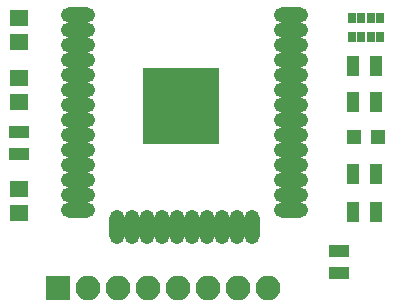
<source format=gts>
G04 #@! TF.FileFunction,Soldermask,Top*
%FSLAX46Y46*%
G04 Gerber Fmt 4.6, Leading zero omitted, Abs format (unit mm)*
G04 Created by KiCad (PCBNEW 4.0.7) date Thursday, February 01, 2018 'PMt' 05:23:04 PM*
%MOMM*%
%LPD*%
G01*
G04 APERTURE LIST*
%ADD10C,0.100000*%
%ADD11R,0.800000X0.900000*%
%ADD12R,1.100000X1.700000*%
%ADD13R,1.200000X1.300000*%
%ADD14R,1.700000X1.100000*%
%ADD15O,2.900000X1.300000*%
%ADD16O,1.300000X2.900000*%
%ADD17R,6.400000X6.400000*%
%ADD18R,1.650000X1.400000*%
%ADD19R,2.100000X2.100000*%
%ADD20O,2.100000X2.100000*%
G04 APERTURE END LIST*
D10*
D11*
X134061000Y-95072000D03*
X133261000Y-95072000D03*
X132461000Y-95072000D03*
X131661000Y-95072000D03*
X131661000Y-93472000D03*
X132461000Y-93472000D03*
X133261000Y-93472000D03*
X134061000Y-93472000D03*
D12*
X133665000Y-100584000D03*
X131765000Y-100584000D03*
D13*
X133892000Y-103505000D03*
X131792000Y-103505000D03*
D12*
X133665000Y-109855000D03*
X131765000Y-109855000D03*
D14*
X130556000Y-115062000D03*
X130556000Y-113162000D03*
D15*
X126475000Y-93175000D03*
X126475000Y-94445000D03*
X126475000Y-95715000D03*
X126475000Y-96985000D03*
X126475000Y-98255000D03*
X126475000Y-99525000D03*
X126475000Y-100795000D03*
X126475000Y-102065000D03*
X126475000Y-103335000D03*
X126475000Y-104605000D03*
X126475000Y-105875000D03*
X126475000Y-107145000D03*
X126475000Y-108415000D03*
X126475000Y-109685000D03*
D16*
X123190000Y-111175000D03*
X121920000Y-111175000D03*
X120650000Y-111175000D03*
X119380000Y-111175000D03*
X118110000Y-111175000D03*
X116840000Y-111175000D03*
X115570000Y-111175000D03*
X114300000Y-111175000D03*
X113030000Y-111175000D03*
X111760000Y-111175000D03*
D15*
X108475000Y-109685000D03*
X108475000Y-108415000D03*
X108475000Y-107145000D03*
X108475000Y-105875000D03*
X108475000Y-104605000D03*
X108475000Y-103335000D03*
X108475000Y-102065000D03*
X108475000Y-100795000D03*
X108475000Y-99525000D03*
X108475000Y-98255000D03*
X108475000Y-96985000D03*
X108475000Y-95715000D03*
X108475000Y-94445000D03*
X108475000Y-93175000D03*
D17*
X117175000Y-100875000D03*
D14*
X103505000Y-104963000D03*
X103505000Y-103063000D03*
D18*
X103505000Y-109966000D03*
X103505000Y-107966000D03*
D19*
X106807000Y-116332000D03*
D20*
X109347000Y-116332000D03*
X111887000Y-116332000D03*
X114427000Y-116332000D03*
X116967000Y-116332000D03*
X119507000Y-116332000D03*
X122047000Y-116332000D03*
X124587000Y-116332000D03*
D18*
X103505000Y-95488000D03*
X103505000Y-93488000D03*
X103505000Y-100568000D03*
X103505000Y-98568000D03*
D12*
X133665000Y-106680000D03*
X131765000Y-106680000D03*
X133665000Y-97536000D03*
X131765000Y-97536000D03*
M02*

</source>
